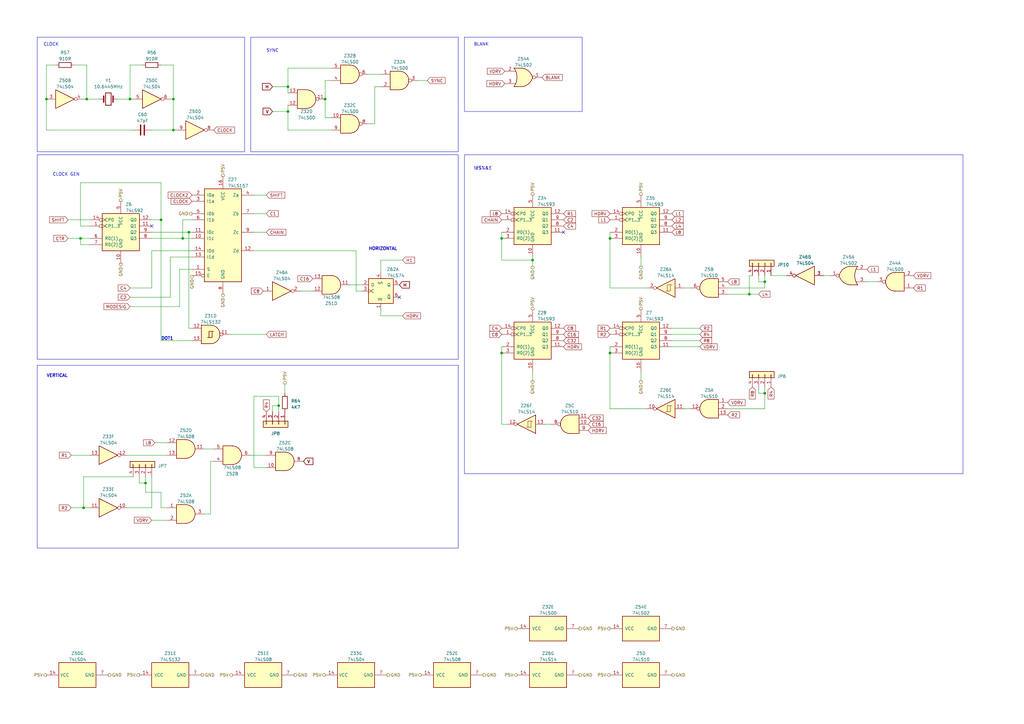
<source format=kicad_sch>
(kicad_sch (version 20221004) (generator eeschema)
  (paper "A3")
  (lib_symbols
    (symbol "74xx:74LS00" (pin_names (offset 1.016))
      (property "Reference" "U" (at 0 1.27 0))
      (property "Value" "74LS00" (at 0 -1.27 0))
      (symbol "74LS00_1_1"
        (pin input line (at -7.62 2.54 0) (length 3.81) (name "~") (number "1"))
        (pin input line (at -7.62 -2.54 0) (length 3.81) (name "~") (number "2"))
        (pin output inverted (at 7.62 0 180) (length 3.81) (name "~") (number "3"))
      )
      (symbol "74LS00_1_2"
        (pin input inverted (at -7.62 2.54 0) (length 4.318) (name "~") (number "1"))
        (pin input inverted (at -7.62 -2.54 0) (length 4.318) (name "~") (number "2"))
        (pin output line (at 7.62 0 180) (length 3.81) (name "~") (number "3"))
      )
      (symbol "74LS00_2_1"
        (pin input line (at -7.62 2.54 0) (length 3.81) (name "~") (number "4"))
        (pin input line (at -7.62 -2.54 0) (length 3.81) (name "~") (number "5"))
        (pin output inverted (at 7.62 0 180) (length 3.81) (name "~") (number "6"))
      )
      (symbol "74LS00_2_2"
        (pin input inverted (at -7.62 2.54 0) (length 4.318) (name "~") (number "4"))
        (pin input inverted (at -7.62 -2.54 0) (length 4.318) (name "~") (number "5"))
        (pin output line (at 7.62 0 180) (length 3.81) (name "~") (number "6"))
      )
      (symbol "74LS00_3_1"
        (pin input line (at -7.62 -2.54 0) (length 3.81) (name "~") (number "10"))
        (pin output inverted (at 7.62 0 180) (length 3.81) (name "~") (number "8"))
        (pin input line (at -7.62 2.54 0) (length 3.81) (name "~") (number "9"))
      )
      (symbol "74LS00_3_2"
        (pin input inverted (at -7.62 -2.54 0) (length 4.318) (name "~") (number "10"))
        (pin output line (at 7.62 0 180) (length 3.81) (name "~") (number "8"))
        (pin input inverted (at -7.62 2.54 0) (length 4.318) (name "~") (number "9"))
      )
      (symbol "74LS00_4_1"
        (pin output inverted (at 7.62 0 180) (length 3.81) (name "~") (number "11"))
        (pin input line (at -7.62 2.54 0) (length 3.81) (name "~") (number "12"))
        (pin input line (at -7.62 -2.54 0) (length 3.81) (name "~") (number "13"))
      )
      (symbol "74LS00_4_2"
        (pin output line (at 7.62 0 180) (length 3.81) (name "~") (number "11"))
        (pin input inverted (at -7.62 2.54 0) (length 4.318) (name "~") (number "12"))
        (pin input inverted (at -7.62 -2.54 0) (length 4.318) (name "~") (number "13"))
      )
      (symbol "74LS00_5_0"
        (pin power_in line (at 0 12.7 270) (length 5.08) (name "VCC") (number "14"))
        (pin power_in line (at 0 -12.7 90) (length 5.08) (name "GND") (number "7"))
      )
    )
    (symbol "74xx:74LS02" (pin_names (offset 1.016))
      (property "Reference" "U" (at 0 1.27 0))
      (property "Value" "74LS02" (at 0 -1.27 0))
      (symbol "74LS02_1_1"
        (pin output inverted (at 7.62 0 180) (length 3.81) (name "~") (number "1"))
        (pin input line (at -7.62 2.54 0) (length 4.318) (name "~") (number "2"))
        (pin input line (at -7.62 -2.54 0) (length 4.318) (name "~") (number "3"))
      )
      (symbol "74LS02_1_2"
        (pin output line (at 7.62 0 180) (length 3.81) (name "~") (number "1"))
        (pin input inverted (at -7.62 2.54 0) (length 3.81) (name "~") (number "2"))
        (pin input inverted (at -7.62 -2.54 0) (length 3.81) (name "~") (number "3"))
      )
      (symbol "74LS02_2_1"
        (pin output inverted (at 7.62 0 180) (length 3.81) (name "~") (number "4"))
        (pin input line (at -7.62 2.54 0) (length 4.318) (name "~") (number "5"))
        (pin input line (at -7.62 -2.54 0) (length 4.318) (name "~") (number "6"))
      )
      (symbol "74LS02_2_2"
        (pin output line (at 7.62 0 180) (length 3.81) (name "~") (number "4"))
        (pin input inverted (at -7.62 2.54 0) (length 3.81) (name "~") (number "5"))
        (pin input inverted (at -7.62 -2.54 0) (length 3.81) (name "~") (number "6"))
      )
      (symbol "74LS02_3_1"
        (pin output inverted (at 7.62 0 180) (length 3.81) (name "~") (number "10"))
        (pin input line (at -7.62 2.54 0) (length 4.318) (name "~") (number "8"))
        (pin input line (at -7.62 -2.54 0) (length 4.318) (name "~") (number "9"))
      )
      (symbol "74LS02_3_2"
        (pin output line (at 7.62 0 180) (length 3.81) (name "~") (number "10"))
        (pin input inverted (at -7.62 2.54 0) (length 3.81) (name "~") (number "8"))
        (pin input inverted (at -7.62 -2.54 0) (length 3.81) (name "~") (number "9"))
      )
      (symbol "74LS02_4_1"
        (pin input line (at -7.62 2.54 0) (length 4.318) (name "~") (number "11"))
        (pin input line (at -7.62 -2.54 0) (length 4.318) (name "~") (number "12"))
        (pin output inverted (at 7.62 0 180) (length 3.81) (name "~") (number "13"))
      )
      (symbol "74LS02_4_2"
        (pin input inverted (at -7.62 2.54 0) (length 3.81) (name "~") (number "11"))
        (pin input inverted (at -7.62 -2.54 0) (length 3.81) (name "~") (number "12"))
        (pin output line (at 7.62 0 180) (length 3.81) (name "~") (number "13"))
      )
      (symbol "74LS02_5_0"
        (pin power_in line (at 0 12.7 270) (length 5.08) (name "VCC") (number "14"))
        (pin power_in line (at 0 -12.7 90) (length 5.08) (name "GND") (number "7"))
      )
    )
    (symbol "74xx:74LS04"
      (property "Reference" "U" (at 0 1.27 0))
      (property "Value" "74LS04" (at 0 -1.27 0))
      (symbol "74LS04_1_0"
        (pin input line (at -7.62 0 0) (length 3.81) (name "~") (number "1"))
        (pin output inverted (at 7.62 0 180) (length 3.81) (name "~") (number "2"))
      )
      (symbol "74LS04_2_0"
        (pin input line (at -7.62 0 0) (length 3.81) (name "~") (number "3"))
        (pin output inverted (at 7.62 0 180) (length 3.81) (name "~") (number "4"))
      )
      (symbol "74LS04_3_0"
        (pin input line (at -7.62 0 0) (length 3.81) (name "~") (number "5"))
        (pin output inverted (at 7.62 0 180) (length 3.81) (name "~") (number "6"))
      )
      (symbol "74LS04_4_0"
        (pin output inverted (at 7.62 0 180) (length 3.81) (name "~") (number "8"))
        (pin input line (at -7.62 0 0) (length 3.81) (name "~") (number "9"))
      )
      (symbol "74LS04_5_0"
        (pin output inverted (at 7.62 0 180) (length 3.81) (name "~") (number "10"))
        (pin input line (at -7.62 0 0) (length 3.81) (name "~") (number "11"))
      )
      (symbol "74LS04_6_0"
        (pin output inverted (at 7.62 0 180) (length 3.81) (name "~") (number "12"))
        (pin input line (at -7.62 0 0) (length 3.81) (name "~") (number "13"))
      )
      (symbol "74LS04_7_0"
        (pin power_in line (at 0 12.7 270) (length 5.08) (name "VCC") (number "14"))
        (pin power_in line (at 0 -12.7 90) (length 5.08) (name "GND") (number "7"))
      )
    )
    (symbol "74xx:74LS08" (pin_names (offset 1.016))
      (property "Reference" "U" (at 0 1.27 0))
      (property "Value" "74LS08" (at 0 -1.27 0))
      (symbol "74LS08_1_1"
        (pin input line (at -7.62 2.54 0) (length 3.81) (name "~") (number "1"))
        (pin input line (at -7.62 -2.54 0) (length 3.81) (name "~") (number "2"))
        (pin output line (at 7.62 0 180) (length 3.81) (name "~") (number "3"))
      )
      (symbol "74LS08_1_2"
        (pin input inverted (at -7.62 2.54 0) (length 4.318) (name "~") (number "1"))
        (pin input inverted (at -7.62 -2.54 0) (length 4.318) (name "~") (number "2"))
        (pin output inverted (at 7.62 0 180) (length 3.81) (name "~") (number "3"))
      )
      (symbol "74LS08_2_1"
        (pin input line (at -7.62 2.54 0) (length 3.81) (name "~") (number "4"))
        (pin input line (at -7.62 -2.54 0) (length 3.81) (name "~") (number "5"))
        (pin output line (at 7.62 0 180) (length 3.81) (name "~") (number "6"))
      )
      (symbol "74LS08_2_2"
        (pin input inverted (at -7.62 2.54 0) (length 4.318) (name "~") (number "4"))
        (pin input inverted (at -7.62 -2.54 0) (length 4.318) (name "~") (number "5"))
        (pin output inverted (at 7.62 0 180) (length 3.81) (name "~") (number "6"))
      )
      (symbol "74LS08_3_1"
        (pin input line (at -7.62 -2.54 0) (length 3.81) (name "~") (number "10"))
        (pin output line (at 7.62 0 180) (length 3.81) (name "~") (number "8"))
        (pin input line (at -7.62 2.54 0) (length 3.81) (name "~") (number "9"))
      )
      (symbol "74LS08_3_2"
        (pin input inverted (at -7.62 -2.54 0) (length 4.318) (name "~") (number "10"))
        (pin output inverted (at 7.62 0 180) (length 3.81) (name "~") (number "8"))
        (pin input inverted (at -7.62 2.54 0) (length 4.318) (name "~") (number "9"))
      )
      (symbol "74LS08_4_1"
        (pin output line (at 7.62 0 180) (length 3.81) (name "~") (number "11"))
        (pin input line (at -7.62 2.54 0) (length 3.81) (name "~") (number "12"))
        (pin input line (at -7.62 -2.54 0) (length 3.81) (name "~") (number "13"))
      )
      (symbol "74LS08_4_2"
        (pin output inverted (at 7.62 0 180) (length 3.81) (name "~") (number "11"))
        (pin input inverted (at -7.62 2.54 0) (length 4.318) (name "~") (number "12"))
        (pin input inverted (at -7.62 -2.54 0) (length 4.318) (name "~") (number "13"))
      )
      (symbol "74LS08_5_0"
        (pin power_in line (at 0 12.7 270) (length 5.08) (name "VCC") (number "14"))
        (pin power_in line (at 0 -12.7 90) (length 5.08) (name "GND") (number "7"))
      )
    )
    (symbol "74xx:74LS10" (pin_names (offset 1.016))
      (property "Reference" "U" (at 0 1.27 0))
      (property "Value" "74LS10" (at 0 -1.27 0))
      (symbol "74LS10_1_1"
        (pin input line (at -7.62 2.54 0) (length 3.81) (name "~") (number "1"))
        (pin output inverted (at 7.62 0 180) (length 3.81) (name "~") (number "12"))
        (pin input line (at -7.62 -2.54 0) (length 3.81) (name "~") (number "13"))
        (pin input line (at -7.62 0 0) (length 3.81) (name "~") (number "2"))
      )
      (symbol "74LS10_1_2"
        (pin input inverted (at -7.62 2.54 0) (length 4.318) (name "~") (number "1"))
        (pin output line (at 7.62 0 180) (length 3.81) (name "~") (number "12"))
        (pin input inverted (at -7.62 -2.54 0) (length 4.318) (name "~") (number "13"))
        (pin input inverted (at -7.62 0 0) (length 4.953) (name "~") (number "2"))
      )
      (symbol "74LS10_2_1"
        (pin input line (at -7.62 2.54 0) (length 3.81) (name "~") (number "3"))
        (pin input line (at -7.62 0 0) (length 3.81) (name "~") (number "4"))
        (pin input line (at -7.62 -2.54 0) (length 3.81) (name "~") (number "5"))
        (pin output inverted (at 7.62 0 180) (length 3.81) (name "~") (number "6"))
      )
      (symbol "74LS10_2_2"
        (pin input inverted (at -7.62 2.54 0) (length 4.318) (name "~") (number "3"))
        (pin input inverted (at -7.62 0 0) (length 4.953) (name "~") (number "4"))
        (pin input inverted (at -7.62 -2.54 0) (length 4.318) (name "~") (number "5"))
        (pin output line (at 7.62 0 180) (length 3.81) (name "~") (number "6"))
      )
      (symbol "74LS10_3_1"
        (pin input line (at -7.62 0 0) (length 3.81) (name "~") (number "10"))
        (pin input line (at -7.62 -2.54 0) (length 3.81) (name "~") (number "11"))
        (pin output inverted (at 7.62 0 180) (length 3.81) (name "~") (number "8"))
        (pin input line (at -7.62 2.54 0) (length 3.81) (name "~") (number "9"))
      )
      (symbol "74LS10_3_2"
        (pin input inverted (at -7.62 0 0) (length 4.953) (name "~") (number "10"))
        (pin input inverted (at -7.62 -2.54 0) (length 4.318) (name "~") (number "11"))
        (pin output line (at 7.62 0 180) (length 3.81) (name "~") (number "8"))
        (pin input inverted (at -7.62 2.54 0) (length 4.318) (name "~") (number "9"))
      )
      (symbol "74LS10_4_0"
        (pin power_in line (at 0 12.7 270) (length 5.08) (name "VCC") (number "14"))
        (pin power_in line (at 0 -12.7 90) (length 5.08) (name "GND") (number "7"))
      )
    )
    (symbol "74xx:74LS132" (pin_names (offset 1.016))
      (property "Reference" "U" (at 0 1.27 0))
      (property "Value" "74LS132" (at 0 -1.27 0))
      (symbol "74LS132_1_1"
        (pin input line (at -7.62 2.54 0) (length 3.81) (name "~") (number "1"))
        (pin input line (at -7.62 -2.54 0) (length 3.81) (name "~") (number "2"))
        (pin output inverted (at 7.62 0 180) (length 3.81) (name "~") (number "3"))
      )
      (symbol "74LS132_1_2"
        (pin input inverted (at -7.62 2.54 0) (length 4.318) (name "~") (number "1"))
        (pin input inverted (at -7.62 -2.54 0) (length 4.318) (name "~") (number "2"))
        (pin output line (at 7.62 0 180) (length 3.81) (name "~") (number "3"))
      )
      (symbol "74LS132_2_1"
        (pin input line (at -7.62 2.54 0) (length 3.81) (name "~") (number "4"))
        (pin input line (at -7.62 -2.54 0) (length 3.81) (name "~") (number "5"))
        (pin output inverted (at 7.62 0 180) (length 3.81) (name "~") (number "6"))
      )
      (symbol "74LS132_2_2"
        (pin input inverted (at -7.62 2.54 0) (length 4.318) (name "~") (number "4"))
        (pin input inverted (at -7.62 -2.54 0) (length 4.318) (name "~") (number "5"))
        (pin output line (at 7.62 0 180) (length 3.81) (name "~") (number "6"))
      )
      (symbol "74LS132_3_1"
        (pin input line (at -7.62 -2.54 0) (length 3.81) (name "~") (number "10"))
        (pin output inverted (at 7.62 0 180) (length 3.81) (name "~") (number "8"))
        (pin input line (at -7.62 2.54 0) (length 3.81) (name "~") (number "9"))
      )
      (symbol "74LS132_3_2"
        (pin input inverted (at -7.62 -2.54 0) (length 4.318) (name "~") (number "10"))
        (pin output line (at 7.62 0 180) (length 3.81) (name "~") (number "8"))
        (pin input inverted (at -7.62 2.54 0) (length 4.318) (name "~") (number "9"))
      )
      (symbol "74LS132_4_1"
        (pin output inverted (at 7.62 0 180) (length 3.81) (name "~") (number "11"))
        (pin input line (at -7.62 2.54 0) (length 3.81) (name "~") (number "12"))
        (pin input line (at -7.62 -2.54 0) (length 3.81) (name "~") (number "13"))
      )
      (symbol "74LS132_4_2"
        (pin output line (at 7.62 0 180) (length 3.81) (name "~") (number "11"))
        (pin input inverted (at -7.62 2.54 0) (length 4.318) (name "~") (number "12"))
        (pin input inverted (at -7.62 -2.54 0) (length 4.318) (name "~") (number "13"))
      )
      (symbol "74LS132_5_0"
        (pin power_in line (at 0 12.7 270) (length 5.08) (name "VCC") (number "14"))
        (pin power_in line (at 0 -12.7 90) (length 5.08) (name "GND") (number "7"))
      )
    )
    (symbol "74xx:74LS14" (pin_names (offset 1.016))
      (property "Reference" "U" (at 0 1.27 0))
      (property "Value" "74LS14" (at 0 -1.27 0))
      (symbol "74LS14_1_0"
        (pin input line (at -7.62 0 0) (length 3.81) (name "~") (number "1"))
        (pin output inverted (at 7.62 0 180) (length 3.81) (name "~") (number "2"))
      )
      (symbol "74LS14_2_0"
        (pin input line (at -7.62 0 0) (length 3.81) (name "~") (number "3"))
        (pin output inverted (at 7.62 0 180) (length 3.81) (name "~") (number "4"))
      )
      (symbol "74LS14_3_0"
        (pin input line (at -7.62 0 0) (length 3.81) (name "~") (number "5"))
        (pin output inverted (at 7.62 0 180) (length 3.81) (name "~") (number "6"))
      )
      (symbol "74LS14_4_0"
        (pin output inverted (at 7.62 0 180) (length 3.81) (name "~") (number "8"))
        (pin input line (at -7.62 0 0) (length 3.81) (name "~") (number "9"))
      )
      (symbol "74LS14_5_0"
        (pin output inverted (at 7.62 0 180) (length 3.81) (name "~") (number "10"))
        (pin input line (at -7.62 0 0) (length 3.81) (name "~") (number "11"))
      )
      (symbol "74LS14_6_0"
        (pin output inverted (at 7.62 0 180) (length 3.81) (name "~") (number "12"))
        (pin input line (at -7.62 0 0) (length 3.81) (name "~") (number "13"))
      )
      (symbol "74LS14_7_0"
        (pin power_in line (at 0 12.7 270) (length 5.08) (name "VCC") (number "14"))
        (pin power_in line (at 0 -12.7 90) (length 5.08) (name "GND") (number "7"))
      )
    )
    (symbol "74xx:74LS157" (pin_names (offset 1.016))
      (property "Reference" "U" (at -7.62 19.05 0))
      (property "Value" "74LS157" (at -7.62 -21.59 0))
      (symbol "74LS157_1_0"
        (pin input line (at -12.7 -15.24 0) (length 5.08) (name "S") (number "1"))
        (pin input line (at -12.7 -2.54 0) (length 5.08) (name "I1c") (number "10"))
        (pin input line (at -12.7 0 0) (length 5.08) (name "I0c") (number "11"))
        (pin output line (at 12.7 -7.62 180) (length 5.08) (name "Zd") (number "12"))
        (pin input line (at -12.7 -10.16 0) (length 5.08) (name "I1d") (number "13"))
        (pin input line (at -12.7 -7.62 0) (length 5.08) (name "I0d") (number "14"))
        (pin input inverted (at -12.7 -17.78 0) (length 5.08) (name "E") (number "15"))
        (pin power_in line (at 0 22.86 270) (length 5.08) (name "VCC") (number "16"))
        (pin input line (at -12.7 15.24 0) (length 5.08) (name "I0a") (number "2"))
        (pin input line (at -12.7 12.7 0) (length 5.08) (name "I1a") (number "3"))
        (pin output line (at 12.7 15.24 180) (length 5.08) (name "Za") (number "4"))
        (pin input line (at -12.7 7.62 0) (length 5.08) (name "I0b") (number "5"))
        (pin input line (at -12.7 5.08 0) (length 5.08) (name "I1b") (number "6"))
        (pin output line (at 12.7 7.62 180) (length 5.08) (name "Zb") (number "7"))
        (pin power_in line (at 0 -25.4 90) (length 5.08) (name "GND") (number "8"))
        (pin output line (at 12.7 0 180) (length 5.08) (name "Zc") (number "9"))
      )
    )
    (symbol "74xx:74LS74" (pin_names (offset 1.016))
      (property "Reference" "U" (at -7.62 8.89 0))
      (property "Value" "74LS74" (at -7.62 -8.89 0))
      (symbol "74LS74_1_0"
        (pin input line (at 0 -7.62 90) (length 2.54) (name "~{R}") (number "1"))
        (pin input line (at -7.62 2.54 0) (length 2.54) (name "D") (number "2"))
        (pin input clock (at -7.62 0 0) (length 2.54) (name "C") (number "3"))
        (pin input line (at 0 7.62 270) (length 2.54) (name "~{S}") (number "4"))
        (pin output line (at 7.62 2.54 180) (length 2.54) (name "Q") (number "5"))
        (pin output line (at 7.62 -2.54 180) (length 2.54) (name "~{Q}") (number "6"))
      )
      (symbol "74LS74_2_0"
        (pin input line (at 0 7.62 270) (length 2.54) (name "~{S}") (number "10"))
        (pin input clock (at -7.62 0 0) (length 2.54) (name "C") (number "11"))
        (pin input line (at -7.62 2.54 0) (length 2.54) (name "D") (number "12"))
        (pin input line (at 0 -7.62 90) (length 2.54) (name "~{R}") (number "13"))
        (pin output line (at 7.62 -2.54 180) (length 2.54) (name "~{Q}") (number "8"))
        (pin output line (at 7.62 2.54 180) (length 2.54) (name "Q") (number "9"))
      )
      (symbol "74LS74_3_0"
        (pin power_in line (at 0 10.16 270) (length 2.54) (name "VCC") (number "14"))
        (pin power_in line (at 0 -10.16 90) (length 2.54) (name "GND") (number "7"))
      )
    )
    (symbol "74xx:74LS92" (pin_names (offset 1.016))
      (property "Reference" "U" (at -7.62 8.89 0))
      (property "Value" "74LS92" (at -7.62 -8.89 0))
      (symbol "74LS92_1_0"
        (pin input inverted_clock (at -12.7 2.54 0) (length 5.08) (name "CP1..3") (number "1"))
        (pin power_in line (at 0 -12.7 90) (length 5.08) (name "GND") (number "10"))
        (pin output line (at 12.7 2.54 180) (length 5.08) (name "Q1") (number "11"))
        (pin output line (at 12.7 5.08 180) (length 5.08) (name "Q0") (number "12"))
        (pin input inverted_clock (at -12.7 5.08 0) (length 5.08) (name "CP0") (number "14"))
        (pin power_in line (at 0 12.7 270) (length 5.08) (name "VCC") (number "5"))
        (pin input line (at -12.7 -2.54 0) (length 5.08) (name "R0(1)") (number "6"))
        (pin input line (at -12.7 -5.08 0) (length 5.08) (name "R0(2)") (number "7"))
        (pin output line (at 12.7 -2.54 180) (length 5.08) (name "Q3") (number "8"))
        (pin output line (at 12.7 0 180) (length 5.08) (name "Q2") (number "9"))
      )
    )
    (symbol "74xx:74LS93" (pin_names (offset 1.016))
      (property "Reference" "U" (at -7.62 8.89 0))
      (property "Value" "74LS93" (at -7.62 -8.89 0))
      (symbol "74LS93_1_0"
        (pin input inverted_clock (at -12.7 2.54 0) (length 5.08) (name "CP1..3") (number "1"))
        (pin power_in line (at 0 -12.7 90) (length 5.08) (name "GND") (number "10"))
        (pin output line (at 12.7 -2.54 180) (length 5.08) (name "Q3") (number "11"))
        (pin output line (at 12.7 5.08 180) (length 5.08) (name "Q0") (number "12"))
        (pin input inverted_clock (at -12.7 5.08 0) (length 5.08) (name "CP0") (number "14"))
        (pin input line (at -12.7 -2.54 0) (length 5.08) (name "R0(1)") (number "2"))
        (pin input line (at -12.7 -5.08 0) (length 5.08) (name "R0(2)") (number "3"))
        (pin power_in line (at 0 12.7 270) (length 5.08) (name "VCC") (number "5"))
        (pin output line (at 12.7 0 180) (length 5.08) (name "Q2") (number "8"))
        (pin output line (at 12.7 2.54 180) (length 5.08) (name "Q1") (number "9"))
      )
    )
    (symbol "Connector_Generic:Conn_01x04" (pin_names (offset 1.016) hide)
      (property "Reference" "J" (at 0 5.08 0))
      (property "Value" "Conn_01x04" (at 0 -7.62 0))
      (symbol "Conn_01x04_1_1"
        (pin passive line (at -5.08 2.54 0) (length 3.81) (name "Pin_1") (number "1"))
        (pin passive line (at -5.08 0 0) (length 3.81) (name "Pin_2") (number "2"))
        (pin passive line (at -5.08 -2.54 0) (length 3.81) (name "Pin_3") (number "3"))
        (pin passive line (at -5.08 -5.08 0) (length 3.81) (name "Pin_4") (number "4"))
      )
    )
    (symbol "Device:C" (pin_numbers hide) (pin_names (offset 0.254))
      (property "Reference" "C" (at 0.635 2.54 0))
      (property "Value" "C" (at 0.635 -2.54 0))
      (symbol "C_1_1"
        (pin passive line (at 0 3.81 270) (length 2.794) (name "~") (number "1"))
        (pin passive line (at 0 -3.81 90) (length 2.794) (name "~") (number "2"))
      )
    )
    (symbol "Device:Crystal" (pin_numbers hide) (pin_names (offset 1.016) hide)
      (property "Reference" "Y" (at 0 3.81 0))
      (property "Value" "Crystal" (at 0 -3.81 0))
      (symbol "Crystal_1_1"
        (pin passive line (at -3.81 0 0) (length 1.27) (name "1") (number "1"))
        (pin passive line (at 3.81 0 180) (length 1.27) (name "2") (number "2"))
      )
    )
    (symbol "Device:R" (pin_numbers hide) (pin_names (offset 0))
      (property "Reference" "R" (at 2.032 0 90))
      (property "Value" "R" (at 0 0 90))
      (symbol "R_1_1"
        (pin passive line (at 0 3.81 270) (length 1.27) (name "~") (number "1"))
        (pin passive line (at 0 -3.81 90) (length 1.27) (name "~") (number "2"))
      )
    )
  )
  (junction (at 114.3 166.37))
  (junction (at 118.11 45.72))
  (junction (at 59.69 198.12))
  (junction (at 133.35 40.64))
  (junction (at 205.74 97.79))
  (junction (at 19.05 40.64))
  (junction (at 71.12 40.64))
  (junction (at 250.19 144.78))
  (junction (at 74.93 97.79))
  (junction (at 118.11 35.56))
  (junction (at 53.34 40.64))
  (junction (at 313.69 161.29))
  (junction (at 307.34 120.65))
  (junction (at 35.56 40.64))
  (junction (at 34.29 208.28))
  (junction (at 71.12 53.34))
  (junction (at 313.69 115.57))
  (junction (at 77.47 95.25))
  (junction (at 218.44 106.68))
  (junction (at 66.04 90.17))
  (junction (at 250.19 97.79))
  (junction (at 205.74 144.78))
  (junction (at 33.02 97.79))
  (no_connect (at 62.23 92.71))
  (no_connect (at 163.83 121.92))
  (no_connect (at 231.14 95.25))
  (wire (pts (xy 313.69 113.03) (xy 313.69 115.57)))
  (wire (pts (xy 104.14 191.77) (xy 109.22 191.77)))
  (wire (pts (xy 83.82 210.82) (xy 86.36 210.82)))
  (wire (pts (xy 133.35 33.02) (xy 135.89 33.02)))
  (wire (pts (xy 355.6 115.57) (xy 359.41 115.57)))
  (wire (pts (xy 66.04 201.93) (xy 66.04 208.28)))
  (wire (pts (xy 316.23 113.03) (xy 322.58 113.03)))
  (wire (pts (xy 311.15 158.75) (xy 311.15 161.29)))
  (wire (pts (xy 62.23 208.28) (xy 52.07 208.28)))
  (wire (pts (xy 71.12 53.34) (xy 72.39 53.34)))
  (wire (pts (xy 156.21 129.54) (xy 165.1 129.54)))
  (wire (pts (xy 287.02 134.62) (xy 275.59 134.62)))
  (wire (pts (xy 250.19 142.24) (xy 250.19 144.78)))
  (wire (pts (xy 83.82 184.15) (xy 87.63 184.15)))
  (wire (pts (xy 59.69 198.12) (xy 59.69 201.93)))
  (wire (pts (xy 151.13 50.8) (xy 153.67 50.8)))
  (wire (pts (xy 218.44 106.68) (xy 218.44 109.22)))
  (wire (pts (xy 111.76 45.72) (xy 118.11 45.72)))
  (wire (pts (xy 63.5 181.61) (xy 68.58 181.61)))
  (wire (pts (xy 307.34 113.03) (xy 308.61 113.03)))
  (wire (pts (xy 71.12 40.64) (xy 71.12 53.34)))
  (wire (pts (xy 250.19 95.25) (xy 250.19 97.79)))
  (wire (pts (xy 62.23 213.36) (xy 68.58 213.36)))
  (wire (pts (xy 313.69 115.57) (xy 311.15 115.57)))
  (wire (pts (xy 33.02 74.93) (xy 66.04 74.93)))
  (wire (pts (xy 19.05 53.34) (xy 54.61 53.34)))
  (wire (pts (xy 48.26 40.64) (xy 53.34 40.64)))
  (wire (pts (xy 275.59 142.24) (xy 287.02 142.24)))
  (wire (pts (xy 111.76 35.56) (xy 118.11 35.56)))
  (wire (pts (xy 33.02 92.71) (xy 33.02 74.93)))
  (wire (pts (xy 59.69 198.12) (xy 57.15 198.12)))
  (wire (pts (xy 205.74 142.24) (xy 205.74 144.78)))
  (wire (pts (xy 29.21 208.28) (xy 34.29 208.28)))
  (wire (pts (xy 135.89 53.34) (xy 118.11 53.34)))
  (wire (pts (xy 62.23 97.79) (xy 74.93 97.79)))
  (wire (pts (xy 34.29 208.28) (xy 36.83 208.28)))
  (wire (pts (xy 53.34 40.64) (xy 54.61 40.64)))
  (wire (pts (xy 22.86 26.67) (xy 19.05 26.67)))
  (wire (pts (xy 66.04 26.67) (xy 71.12 26.67)))
  (wire (pts (xy 104.14 87.63) (xy 109.22 87.63)))
  (wire (pts (xy 59.69 201.93) (xy 66.04 201.93)))
  (wire (pts (xy 313.69 118.11) (xy 298.45 118.11)))
  (wire (pts (xy 111.76 166.37) (xy 114.3 166.37)))
  (wire (pts (xy 78.74 90.17) (xy 74.93 90.17)))
  (wire (pts (xy 77.47 134.62) (xy 78.74 134.62)))
  (wire (pts (xy 250.19 118.11) (xy 265.43 118.11)))
  (wire (pts (xy 118.11 53.34) (xy 118.11 45.72)))
  (wire (pts (xy 66.04 74.93) (xy 66.04 90.17)))
  (wire (pts (xy 69.85 121.92) (xy 69.85 105.41)))
  (wire (pts (xy 250.19 97.79) (xy 250.19 118.11)))
  (wire (pts (xy 298.45 120.65) (xy 307.34 120.65)))
  (wire (pts (xy 111.76 168.91) (xy 111.76 166.37)))
  (wire (pts (xy 35.56 26.67) (xy 35.56 40.64)))
  (wire (pts (xy 62.23 118.11) (xy 53.34 118.11)))
  (wire (pts (xy 313.69 158.75) (xy 313.69 161.29)))
  (wire (pts (xy 74.93 90.17) (xy 74.93 97.79)))
  (wire (pts (xy 29.21 186.69) (xy 36.83 186.69)))
  (wire (pts (xy 104.14 102.87) (xy 146.05 102.87)))
  (wire (pts (xy 36.83 92.71) (xy 33.02 92.71)))
  (wire (pts (xy 307.34 113.03) (xy 307.34 120.65)))
  (wire (pts (xy 33.02 97.79) (xy 36.83 97.79)))
  (wire (pts (xy 114.3 168.91) (xy 114.3 166.37)))
  (wire (pts (xy 313.69 167.64) (xy 298.45 167.64)))
  (wire (pts (xy 62.23 95.25) (xy 77.47 95.25)))
  (wire (pts (xy 19.05 40.64) (xy 19.05 53.34)))
  (wire (pts (xy 114.3 162.56) (xy 104.14 162.56)))
  (wire (pts (xy 59.69 195.58) (xy 59.69 198.12)))
  (wire (pts (xy 104.14 95.25) (xy 109.22 95.25)))
  (wire (pts (xy 104.14 162.56) (xy 104.14 191.77)))
  (wire (pts (xy 114.3 166.37) (xy 114.3 162.56)))
  (wire (pts (xy 311.15 115.57) (xy 311.15 113.03)))
  (wire (pts (xy 165.1 106.68) (xy 156.21 106.68)))
  (wire (pts (xy 78.74 95.25) (xy 77.47 95.25)))
  (wire (pts (xy 34.29 195.58) (xy 54.61 195.58)))
  (wire (pts (xy 205.74 95.25) (xy 205.74 97.79)))
  (wire (pts (xy 66.04 90.17) (xy 62.23 90.17)))
  (wire (pts (xy 78.74 102.87) (xy 62.23 102.87)))
  (wire (pts (xy 156.21 106.68) (xy 156.21 111.76)))
  (wire (pts (xy 58.42 26.67) (xy 53.34 26.67)))
  (wire (pts (xy 205.74 97.79) (xy 205.74 106.68)))
  (wire (pts (xy 250.19 167.64) (xy 265.43 167.64)))
  (wire (pts (xy 262.89 152.4) (xy 262.89 156.21)))
  (wire (pts (xy 30.48 26.67) (xy 35.56 26.67)))
  (wire (pts (xy 205.74 173.99) (xy 208.28 173.99)))
  (wire (pts (xy 33.02 100.33) (xy 33.02 97.79)))
  (wire (pts (xy 337.82 113.03) (xy 340.36 113.03)))
  (wire (pts (xy 104.14 80.01) (xy 109.22 80.01)))
  (wire (pts (xy 86.36 189.23) (xy 87.63 189.23)))
  (wire (pts (xy 57.15 198.12) (xy 57.15 195.58)))
  (wire (pts (xy 143.51 116.84) (xy 148.59 116.84)))
  (wire (pts (xy 19.05 26.67) (xy 19.05 40.64)))
  (wire (pts (xy 73.66 110.49) (xy 73.66 125.73)))
  (wire (pts (xy 133.35 40.64) (xy 133.35 33.02)))
  (wire (pts (xy 62.23 195.58) (xy 62.23 208.28)))
  (wire (pts (xy 153.67 35.56) (xy 156.21 35.56)))
  (wire (pts (xy 118.11 35.56) (xy 118.11 38.1)))
  (wire (pts (xy 118.11 45.72) (xy 118.11 43.18)))
  (wire (pts (xy 171.45 33.02) (xy 175.26 33.02)))
  (wire (pts (xy 66.04 139.7) (xy 66.04 90.17)))
  (wire (pts (xy 146.05 102.87) (xy 146.05 119.38)))
  (wire (pts (xy 74.93 97.79) (xy 78.74 97.79)))
  (wire (pts (xy 135.89 48.26) (xy 133.35 48.26)))
  (wire (pts (xy 69.85 105.41) (xy 78.74 105.41)))
  (wire (pts (xy 86.36 210.82) (xy 86.36 189.23)))
  (wire (pts (xy 77.47 95.25) (xy 77.47 134.62)))
  (wire (pts (xy 62.23 102.87) (xy 62.23 118.11)))
  (wire (pts (xy 133.35 48.26) (xy 133.35 40.64)))
  (wire (pts (xy 69.85 40.64) (xy 71.12 40.64)))
  (wire (pts (xy 280.67 167.64) (xy 283.21 167.64)))
  (wire (pts (xy 78.74 139.7) (xy 66.04 139.7)))
  (wire (pts (xy 280.67 118.11) (xy 283.21 118.11)))
  (wire (pts (xy 135.89 27.94) (xy 118.11 27.94)))
  (wire (pts (xy 313.69 115.57) (xy 313.69 118.11)))
  (wire (pts (xy 287.02 137.16) (xy 275.59 137.16)))
  (wire (pts (xy 62.23 53.34) (xy 71.12 53.34)))
  (wire (pts (xy 205.74 106.68) (xy 218.44 106.68)))
  (wire (pts (xy 262.89 105.41) (xy 262.89 109.22)))
  (wire (pts (xy 311.15 161.29) (xy 313.69 161.29)))
  (wire (pts (xy 36.83 100.33) (xy 33.02 100.33)))
  (wire (pts (xy 153.67 50.8) (xy 153.67 35.56)))
  (wire (pts (xy 53.34 26.67) (xy 53.34 40.64)))
  (wire (pts (xy 275.59 139.7) (xy 287.02 139.7)))
  (wire (pts (xy 146.05 119.38) (xy 148.59 119.38)))
  (wire (pts (xy 205.74 144.78) (xy 205.74 173.99)))
  (wire (pts (xy 53.34 121.92) (xy 69.85 121.92)))
  (wire (pts (xy 151.13 30.48) (xy 156.21 30.48)))
  (wire (pts (xy 313.69 161.29) (xy 313.69 167.64)))
  (wire (pts (xy 118.11 27.94) (xy 118.11 35.56)))
  (wire (pts (xy 156.21 127) (xy 156.21 129.54)))
  (wire (pts (xy 52.07 186.69) (xy 68.58 186.69)))
  (wire (pts (xy 123.19 119.38) (xy 128.27 119.38)))
  (wire (pts (xy 53.34 125.73) (xy 73.66 125.73)))
  (wire (pts (xy 71.12 26.67) (xy 71.12 40.64)))
  (wire (pts (xy 27.94 90.17) (xy 36.83 90.17)))
  (wire (pts (xy 66.04 208.28) (xy 68.58 208.28)))
  (wire (pts (xy 35.56 40.64) (xy 40.64 40.64)))
  (wire (pts (xy 78.74 110.49) (xy 73.66 110.49)))
  (wire (pts (xy 34.29 195.58) (xy 34.29 208.28)))
  (wire (pts (xy 102.87 186.69) (xy 109.22 186.69)))
  (wire (pts (xy 218.44 152.4) (xy 218.44 156.21)))
  (wire (pts (xy 116.84 157.48) (xy 116.84 161.29)))
  (wire (pts (xy 223.52 173.99) (xy 226.06 173.99)))
  (wire (pts (xy 27.94 97.79) (xy 33.02 97.79)))
  (wire (pts (xy 307.34 120.65) (xy 311.15 120.65)))
  (wire (pts (xy 218.44 105.41) (xy 218.44 106.68)))
  (wire (pts (xy 34.29 40.64) (xy 35.56 40.64)))
  (wire (pts (xy 93.98 137.16) (xy 109.22 137.16)))
  (wire (pts (xy 250.19 144.78) (xy 250.19 167.64)))
  (rectangle (start 190.5 15.24) (end 238.76 45.72))
  (rectangle (start 15.24 63.5) (end 187.96 147.32))
  (rectangle (start 15.24 149.86) (end 187.96 224.79))
  (rectangle (start 102.87 15.24) (end 187.96 62.23))
  (rectangle (start 15.24 15.24) (end 100.33 62.23))
  (rectangle (start 190.5 63.5) (end 394.97 194.31))
  (text "BLANK" (at 194.31 19.05 0) (effects (font (size 1.27 1.27)) (justify left bottom)))
  (text "VERTICAL" (at 19.05 154.94 0) (effects (font (size 1.27 1.27) bold) (justify left bottom)))
  (text "SYNC" (at 109.22 21.59 0) (effects (font (size 1.27 1.27)) (justify left bottom)))
  (text "DOT1" (at 66.04 139.7 0) (effects (font (size 1.27 1.27) (thickness 0.254) bold) (justify left bottom)))
  (text "CLOCK" (at 17.78 19.05 0) (effects (font (size 1.27 1.27)) (justify left bottom)))
  (text "!#$%&£" (at 194.31 69.85 0) (effects (font (size 1.27 1.27)) (justify left bottom)))
  (text "CLOCK GEN" (at 21.59 72.39 0) (effects (font (size 1.27 1.27)) (justify left bottom)))
  (text "HORIZONTAL" (at 151.13 102.87 0) (effects (font (size 1.27 1.27) bold) (justify left bottom)))
  (global_label "L8" (shape input) (at 298.45 115.57 0) (property "Intersheetrefs" "${INTERSHEET_REFS}" (effects hide)))
  (global_label "C2" (shape input) (at 53.34 121.92 180) (property "Intersheetrefs" "${INTERSHEET_REFS}" (effects hide)))
  (global_label "SHIFT" (shape input) (at 27.94 90.17 180) (property "Intersheetrefs" "${INTERSHEET_REFS}" (effects hide)))
  (global_label "R8" (shape input) (at 308.61 158.75 270) (property "Intersheetrefs" "${INTERSHEET_REFS}" (effects hide)))
  (global_label "C1" (shape input) (at 109.22 87.63 0) (property "Intersheetrefs" "${INTERSHEET_REFS}" (effects hide)))
  (global_label "L2" (shape input) (at 275.59 90.17 0) (property "Intersheetrefs" "${INTERSHEET_REFS}" (effects hide)))
  (global_label "CHAIN" (shape input) (at 205.74 90.17 180) (property "Intersheetrefs" "${INTERSHEET_REFS}" (effects hide)))
  (global_label "C8" (shape input) (at 205.74 137.16 180) (property "Intersheetrefs" "${INTERSHEET_REFS}" (effects hide)))
  (global_label "VDRV" (shape input) (at 287.02 142.24 0) (property "Intersheetrefs" "${INTERSHEET_REFS}" (effects hide)))
  (global_label "HDRV" (shape input) (at 231.14 142.24 0) (property "Intersheetrefs" "${INTERSHEET_REFS}" (effects hide)))
  (global_label "VDRV" (shape input) (at 207.01 29.21 180) (property "Intersheetrefs" "${INTERSHEET_REFS}" (effects hide)))
  (global_label "H" (shape input) (at 111.76 35.56 180) (effects (font (thickness 0.254) bold)) (property "Intersheetrefs" "${INTERSHEET_REFS}" (effects hide)))
  (global_label "H" (shape input) (at 163.83 116.84 0) (effects (font (thickness 0.254) bold)) (property "Intersheetrefs" "${INTERSHEET_REFS}" (effects hide)))
  (global_label "C4" (shape input) (at 205.74 134.62 180) (property "Intersheetrefs" "${INTERSHEET_REFS}" (effects hide)))
  (global_label "SHIFT" (shape input) (at 109.22 80.01 0) (property "Intersheetrefs" "${INTERSHEET_REFS}" (effects hide)))
  (global_label "R2" (shape input) (at 287.02 134.62 0) (property "Intersheetrefs" "${INTERSHEET_REFS}" (effects hide)))
  (global_label "CTR" (shape input) (at 27.94 97.79 180) (property "Intersheetrefs" "${INTERSHEET_REFS}" (effects hide)))
  (global_label "C8" (shape input) (at 107.95 119.38 180) (property "Intersheetrefs" "${INTERSHEET_REFS}" (effects hide)))
  (global_label "CHAIN" (shape input) (at 109.22 95.25 0) (property "Intersheetrefs" "${INTERSHEET_REFS}" (effects hide)))
  (global_label "R2" (shape input) (at 29.21 208.28 180) (property "Intersheetrefs" "${INTERSHEET_REFS}" (effects hide)))
  (global_label "HDRV" (shape input) (at 207.01 34.29 180) (property "Intersheetrefs" "${INTERSHEET_REFS}" (effects hide)))
  (global_label "MODESIG" (shape input) (at 53.34 125.73 180) (property "Intersheetrefs" "${INTERSHEET_REFS}" (effects hide)))
  (global_label "BLANK" (shape input) (at 222.25 31.75 0) (property "Intersheetrefs" "${INTERSHEET_REFS}" (effects hide)))
  (global_label "R1" (shape input) (at 29.21 186.69 180) (property "Intersheetrefs" "${INTERSHEET_REFS}" (effects hide)))
  (global_label "R4" (shape input) (at 287.02 137.16 0) (property "Intersheetrefs" "${INTERSHEET_REFS}" (effects hide)))
  (global_label "C16" (shape input) (at 241.3 173.99 0) (property "Intersheetrefs" "${INTERSHEET_REFS}" (effects hide)))
  (global_label "R1" (shape input) (at 250.19 134.62 180) (property "Intersheetrefs" "${INTERSHEET_REFS}" (effects hide)))
  (global_label "VDRV" (shape input) (at 374.65 113.03 0) (property "Intersheetrefs" "${INTERSHEET_REFS}" (effects hide)))
  (global_label "C32" (shape input) (at 241.3 171.45 0) (property "Intersheetrefs" "${INTERSHEET_REFS}" (effects hide)))
  (global_label "C16" (shape input) (at 128.27 114.3 180) (property "Intersheetrefs" "${INTERSHEET_REFS}" (effects hide)))
  (global_label "C4" (shape input) (at 231.14 92.71 0) (property "Intersheetrefs" "${INTERSHEET_REFS}" (effects hide)))
  (global_label "R4" (shape input) (at 109.22 168.91 90) (property "Intersheetrefs" "${INTERSHEET_REFS}" (effects hide)))
  (global_label "R1" (shape input) (at 374.65 118.11 0) (property "Intersheetrefs" "${INTERSHEET_REFS}" (effects hide)))
  (global_label "C4" (shape input) (at 53.34 118.11 180) (property "Intersheetrefs" "${INTERSHEET_REFS}" (effects hide)))
  (global_label "CLOCK" (shape input) (at 87.63 53.34 0) (property "Intersheetrefs" "${INTERSHEET_REFS}" (effects hide)))
  (global_label "L8" (shape input) (at 275.59 95.25 0) (property "Intersheetrefs" "${INTERSHEET_REFS}" (effects hide)))
  (global_label "C2" (shape input) (at 231.14 90.17 0) (property "Intersheetrefs" "${INTERSHEET_REFS}" (effects hide)))
  (global_label "L4" (shape input) (at 311.15 120.65 0) (property "Intersheetrefs" "${INTERSHEET_REFS}" (effects hide)))
  (global_label "L1" (shape input) (at 250.19 90.17 180) (property "Intersheetrefs" "${INTERSHEET_REFS}" (effects hide)))
  (global_label "VDRV" (shape input) (at 298.45 165.1 0) (property "Intersheetrefs" "${INTERSHEET_REFS}" (effects hide)))
  (global_label "CLOCK" (shape input) (at 78.74 82.55 180) (property "Intersheetrefs" "${INTERSHEET_REFS}" (effects hide)))
  (global_label "VDRV" (shape input) (at 62.23 213.36 180) (property "Intersheetrefs" "${INTERSHEET_REFS}" (effects hide)))
  (global_label "L8" (shape input) (at 205.74 87.63 180) (property "Intersheetrefs" "${INTERSHEET_REFS}" (effects hide)))
  (global_label "CLOCK2" (shape input) (at 78.74 80.01 180) (property "Intersheetrefs" "${INTERSHEET_REFS}" (effects hide)))
  (global_label "HDRV" (shape input) (at 241.3 176.53 0) (property "Intersheetrefs" "${INTERSHEET_REFS}" (effects hide)))
  (global_label "L8" (shape input) (at 63.5 181.61 180) (property "Intersheetrefs" "${INTERSHEET_REFS}" (effects hide)))
  (global_label "V" (shape input) (at 111.76 45.72 180) (effects (font (thickness 0.254) bold)) (property "Intersheetrefs" "${INTERSHEET_REFS}" (effects hide)))
  (global_label "SYNC" (shape input) (at 175.26 33.02 0) (property "Intersheetrefs" "${INTERSHEET_REFS}" (effects hide)))
  (global_label "C8" (shape input) (at 231.14 134.62 0) (property "Intersheetrefs" "${INTERSHEET_REFS}" (effects hide)))
  (global_label "C16" (shape input) (at 231.14 137.16 0) (property "Intersheetrefs" "${INTERSHEET_REFS}" (effects hide)))
  (global_label "L1" (shape input) (at 275.59 87.63 0) (property "Intersheetrefs" "${INTERSHEET_REFS}" (effects hide)))
  (global_label "HDRV" (shape input) (at 250.19 87.63 180) (property "Intersheetrefs" "${INTERSHEET_REFS}" (effects hide)))
  (global_label "R8" (shape input) (at 287.02 139.7 0) (property "Intersheetrefs" "${INTERSHEET_REFS}" (effects hide)))
  (global_label "V" (shape input) (at 124.46 189.23 0) (effects (font (thickness 0.254) bold)) (property "Intersheetrefs" "${INTERSHEET_REFS}" (effects hide)))
  (global_label "R4" (shape input) (at 316.23 158.75 270) (property "Intersheetrefs" "${INTERSHEET_REFS}" (effects hide)))
  (global_label "R2" (shape input) (at 250.19 137.16 180) (property "Intersheetrefs" "${INTERSHEET_REFS}" (effects hide)))
  (global_label "L4" (shape input) (at 275.59 92.71 0) (property "Intersheetrefs" "${INTERSHEET_REFS}" (effects hide)))
  (global_label "HDRV" (shape input) (at 165.1 129.54 0) (property "Intersheetrefs" "${INTERSHEET_REFS}" (effects hide)))
  (global_label "C32" (shape input) (at 231.14 139.7 0) (property "Intersheetrefs" "${INTERSHEET_REFS}" (effects hide)))
  (global_label "LATCH" (shape input) (at 109.22 137.16 0) (property "Intersheetrefs" "${INTERSHEET_REFS}" (effects hide)))
  (global_label "R1" (shape input) (at 231.14 87.63 0) (property "Intersheetrefs" "${INTERSHEET_REFS}" (effects hide)))
  (global_label "H1" (shape input) (at 165.1 106.68 0) (property "Intersheetrefs" "${INTERSHEET_REFS}" (effects hide)))
  (global_label "L1" (shape input) (at 355.6 110.49 0) (property "Intersheetrefs" "${INTERSHEET_REFS}" (effects hide)))
  (global_label "R2" (shape input) (at 298.45 170.18 0) (property "Intersheetrefs" "${INTERSHEET_REFS}" (effects hide)))
  (hierarchical_label "GND" (shape output) (at 49.53 107.95 270))
  (hierarchical_label "GND" (shape output) (at 91.44 120.65 270))
  (hierarchical_label "P5V" (shape output) (at 262.89 80.01 90))
  (hierarchical_label "P5V" (shape output) (at 95.25 276.86 180))
  (hierarchical_label "GND" (shape output) (at 218.44 156.21 270))
  (hierarchical_label "GND" (shape output) (at 198.12 276.86 0))
  (hierarchical_label "P5V" (shape output) (at 250.19 276.86 180))
  (hierarchical_label "GND" (shape output) (at 82.55 276.86 0))
  (hierarchical_label "P5V" (shape output) (at 116.84 157.48 90))
  (hierarchical_label "P5V" (shape output) (at 91.44 72.39 90))
  (hierarchical_label "P5V" (shape output) (at 212.09 257.81 180))
  (hierarchical_label "P5V" (shape output) (at 212.09 276.86 180))
  (hierarchical_label "P5V" (shape output) (at 19.05 276.86 180))
  (hierarchical_label "GND" (shape output) (at 78.74 113.03 270))
  (hierarchical_label "P5V" (shape output) (at 218.44 80.01 90))
  (hierarchical_label "P5V" (shape output) (at 133.35 276.86 180))
  (hierarchical_label "P5V" (shape output) (at 262.89 127 90))
  (hierarchical_label "GND" (shape output) (at 262.89 109.22 270))
  (hierarchical_label "GND" (shape output) (at 218.44 109.22 270))
  (hierarchical_label "GND" (shape output) (at 44.45 276.86 0))
  (hierarchical_label "P5V" (shape output) (at 49.53 82.55 90))
  (hierarchical_label "GND" (shape output) (at 237.49 276.86 0))
  (hierarchical_label "P5V" (shape output) (at 172.72 276.86 180))
  (hierarchical_label "P5V" (shape output) (at 57.15 276.86 180))
  (hierarchical_label "GND" (shape output) (at 120.65 276.86 0))
  (hierarchical_label "GND" (shape output) (at 275.59 276.86 0))
  (hierarchical_label "GND" (shape output) (at 158.75 276.86 0))
  (hierarchical_label "P5V" (shape output) (at 218.44 127 90))
  (hierarchical_label "GND" (shape output) (at 78.74 87.63 180))
  (hierarchical_label "GND" (shape output) (at 262.89 156.21 270))
  (hierarchical_label "GND" (shape output) (at 237.49 257.81 0))
  (hierarchical_label "GND" (shape output) (at 275.59 257.81 0))
  (hierarchical_label "P5V" (shape output) (at 250.19 257.81 180))
  (symbol (lib_id "74xx:74LS10") (at 290.83 118.11 180) (unit 2)
    (property "Reference" "Z5" (at 290.83 110.49 0))
    (property "Value" "74LS10" (at 290.83 113.03 0))
    (property "Footprint" "Package_DIP:DIP-14_W7.62mm" (effects hide))
    (property "Datasheet" "http://www.ti.com/lit/gpn/sn74LS10" (effects hide))
  )
  (symbol (lib_id "Connector_Generic:Conn_01x04") (at 313.69 107.95 270) (mirror x) (unit 1)
    (property "Reference" "JP10" (at 318.77 108.585 90) (effects (justify left)))
    (property "Value" "JP8" (effects hide))
    (property "Footprint" "TRS80:Double Wire Jumper" (effects hide))
  )
  (symbol (lib_id "74xx:74LS02") (at 347.98 113.03 0) (mirror y) (unit 1)
    (property "Reference" "Z45" (at 347.98 105.41 0))
    (property "Value" "74LS02" (at 347.98 107.95 0))
    (property "Footprint" "Package_DIP:DIP-14_W7.62mm" (effects hide))
    (property "Datasheet" "http://www.ti.com/lit/gpn/sn74ls02" (effects hide))
  )
  (symbol (lib_id "Device:R") (at 26.67 26.67 90) (unit 1)
    (property "Reference" "R57" (at 26.67 21.59 90))
    (property "Value" "910R" (at 26.67 24.13 90))
    (property "Footprint" "TRS80:Resistor 10.16mm" (effects hide))
  )
  (symbol (lib_id "74xx:74LS93") (at 262.89 139.7 0) (unit 1)
    (property "Reference" "Z7" (at 264.8459 128.27 0) (effects (justify left)))
    (property "Value" "74LS93" (at 264.8459 130.81 0) (effects (justify left)))
    (property "Footprint" "Package_DIP:DIP-14_W7.62mm" (effects hide))
    (property "Datasheet" "http://www.ti.com/lit/gpn/sn74LS93" (effects hide))
  )
  (symbol (lib_id "74xx:74LS00") (at 367.03 115.57 180) (unit 1)
    (property "Reference" "Z44" (at 367.03 107.95 0))
    (property "Value" "74LS00" (at 367.03 110.49 0))
    (property "Footprint" "Package_DIP:DIP-14_W7.62mm" (effects hide))
    (property "Datasheet" "http://www.ti.com/lit/gpn/sn74ls00" (effects hide))
  )
  (symbol (lib_id "74xx:74LS93") (at 262.89 92.71 0) (unit 1)
    (property "Reference" "Z35" (at 264.8459 81.28 0) (effects (justify left)))
    (property "Value" "74LS93" (at 264.8459 83.82 0) (effects (justify left)))
    (property "Footprint" "Package_DIP:DIP-14_W7.62mm" (effects hide))
    (property "Datasheet" "http://www.ti.com/lit/gpn/sn74LS93" (effects hide))
  )
  (symbol (lib_id "Connector_Generic:Conn_01x04") (at 313.69 153.67 270) (mirror x) (unit 1)
    (property "Reference" "JP6" (at 318.77 154.305 90) (effects (justify left)))
    (property "Value" "JP8" (effects hide))
    (property "Footprint" "TRS80:Double Wire Jumper" (effects hide))
  )
  (symbol (lib_id "74xx:74LS08") (at 107.95 276.86 90) (unit 5)
    (property "Reference" "Z51" (at 107.95 267.97 90))
    (property "Value" "74LS08" (at 107.95 270.51 90))
    (property "Footprint" "Package_DIP:DIP-14_W7.62mm" (effects hide))
    (property "Datasheet" "http://www.ti.com/lit/gpn/sn74LS08" (effects hide))
  )
  (symbol (lib_id "74xx:74LS00") (at 143.51 30.48 0) (mirror x) (unit 2)
    (property "Reference" "Z32" (at 143.51 22.86 0))
    (property "Value" "74LS00" (at 143.51 25.4 0))
    (property "Footprint" "Package_DIP:DIP-14_W7.62mm" (effects hide))
    (property "Datasheet" "http://www.ti.com/lit/gpn/sn74ls00" (effects hide))
  )
  (symbol (lib_id "Device:C") (at 58.42 53.34 90) (unit 1)
    (property "Reference" "C60" (at 58.42 46.99 90))
    (property "Value" "47pF" (at 58.42 49.53 90))
    (property "Footprint" "TRS80:Ceramic Disc 5mm" (effects hide))
  )
  (symbol (lib_id "74xx:74LS04") (at 31.75 276.86 90) (unit 7)
    (property "Reference" "Z50" (at 31.75 267.97 90))
    (property "Value" "74LS04" (at 31.75 270.51 90))
    (property "Footprint" "Package_DIP:DIP-14_W7.62mm" (effects hide))
    (property "Datasheet" "http://www.ti.com/lit/gpn/sn74LS04" (effects hide))
  )
  (symbol (lib_id "74xx:74LS14") (at 215.9 173.99 180) (unit 6)
    (property "Reference" "Z26" (at 215.9 166.37 0))
    (property "Value" "74LS14" (at 215.9 168.91 0))
    (property "Footprint" "Package_DIP:DIP-14_W7.62mm" (effects hide))
    (property "Datasheet" "http://www.ti.com/lit/gpn/sn74LS14" (effects hide))
  )
  (symbol (lib_id "74xx:74LS08") (at 95.25 186.69 0) (mirror x) (unit 2)
    (property "Reference" "Z52" (at 95.25 194.31 0))
    (property "Value" "74LS08" (at 95.25 191.77 0))
    (property "Footprint" "Package_DIP:DIP-14_W7.62mm" (effects hide))
    (property "Datasheet" "http://www.ti.com/lit/gpn/sn74LS08" (effects hide))
  )
  (symbol (lib_id "74xx:74LS14") (at 273.05 167.64 180) (unit 5)
    (property "Reference" "Z26" (at 273.05 160.02 0))
    (property "Value" "74LS14" (at 273.05 162.56 0))
    (property "Footprint" "Package_DIP:DIP-14_W7.62mm" (effects hide))
    (property "Datasheet" "http://www.ti.com/lit/gpn/sn74LS14" (effects hide))
  )
  (symbol (lib_id "74xx:74LS04") (at 146.05 276.86 90) (unit 7)
    (property "Reference" "Z33" (at 146.05 267.97 90))
    (property "Value" "74LS04" (at 146.05 270.51 90))
    (property "Footprint" "Package_DIP:DIP-14_W7.62mm" (effects hide))
    (property "Datasheet" "http://www.ti.com/lit/gpn/sn74LS04" (effects hide))
  )
  (symbol (lib_id "74xx:74LS02") (at 214.63 31.75 0) (unit 1)
    (property "Reference" "Z54" (at 214.63 24.13 0))
    (property "Value" "74LS02" (at 214.63 26.67 0))
    (property "Footprint" "Package_DIP:DIP-14_W7.62mm" (effects hide))
    (property "Datasheet" "http://www.ti.com/lit/gpn/sn74ls02" (effects hide))
  )
  (symbol (lib_id "74xx:74LS10") (at 290.83 167.64 0) (mirror y) (unit 1)
    (property "Reference" "Z5" (at 290.83 160.02 0))
    (property "Value" "74LS10" (at 290.83 162.56 0))
    (property "Footprint" "Package_DIP:DIP-14_W7.62mm" (effects hide))
    (property "Datasheet" "http://www.ti.com/lit/gpn/sn74LS10" (effects hide))
  )
  (symbol (lib_id "74xx:74LS157") (at 91.44 95.25 0) (unit 1)
    (property "Reference" "Z27" (at 93.3959 73.66 0) (effects (justify left)))
    (property "Value" "74LS157" (at 93.3959 76.2 0) (effects (justify left)))
    (property "Footprint" "Package_DIP:DIP-16_W7.62mm" (effects hide))
    (property "Datasheet" "http://www.ti.com/lit/gpn/sn74LS157" (effects hide))
  )
  (symbol (lib_id "74xx:74LS00") (at 143.51 50.8 0) (mirror x) (unit 3)
    (property "Reference" "Z32" (at 143.51 43.18 0))
    (property "Value" "74LS00" (at 143.51 45.72 0))
    (property "Footprint" "Package_DIP:DIP-14_W7.62mm" (effects hide))
    (property "Datasheet" "http://www.ti.com/lit/gpn/sn74ls00" (effects hide))
  )
  (symbol (lib_id "74xx:74LS08") (at 135.89 116.84 0) (mirror x) (unit 4)
    (property "Reference" "Z51" (at 135.89 124.46 0))
    (property "Value" "74LS08" (at 135.89 121.92 0))
    (property "Footprint" "Package_DIP:DIP-14_W7.62mm" (effects hide))
    (property "Datasheet" "http://www.ti.com/lit/gpn/sn74LS08" (effects hide))
  )
  (symbol (lib_id "74xx:74LS132") (at 86.36 137.16 0) (unit 4)
    (property "Reference" "Z31" (at 86.36 129.54 0))
    (property "Value" "74LS132" (at 86.36 132.08 0))
    (property "Footprint" "Package_DIP:DIP-14_W7.62mm" (effects hide))
    (property "Datasheet" "http://www.ti.com/lit/gpn/sn74LS132" (effects hide))
  )
  (symbol (lib_id "74xx:74LS10") (at 233.68 173.99 180) (unit 3)
    (property "Reference" "Z5" (at 233.68 166.37 0))
    (property "Value" "74LS10" (at 233.68 168.91 0))
    (property "Footprint" "Package_DIP:DIP-14_W7.62mm" (effects hide))
    (property "Datasheet" "http://www.ti.com/lit/gpn/sn74LS10" (effects hide))
  )
  (symbol (lib_id "74xx:74LS00") (at 163.83 33.02 0) (unit 1)
    (property "Reference" "Z32" (at 163.83 25.4 0))
    (property "Value" "74LS00" (at 163.83 27.94 0))
    (property "Footprint" "Package_DIP:DIP-14_W7.62mm" (effects hide))
    (property "Datasheet" "http://www.ti.com/lit/gpn/sn74ls00" (effects hide))
  )
  (symbol (lib_id "74xx:74LS08") (at 76.2 210.82 0) (unit 1)
    (property "Reference" "Z52" (at 76.2 203.2 0))
    (property "Value" "74LS08" (at 76.2 205.74 0))
    (property "Footprint" "Package_DIP:DIP-14_W7.62mm" (effects hide))
    (property "Datasheet" "http://www.ti.com/lit/gpn/sn74LS08" (effects hide))
  )
  (symbol (lib_id "74xx:74LS04") (at 44.45 208.28 0) (unit 5)
    (property "Reference" "Z33" (at 44.45 200.66 0))
    (property "Value" "74LS04" (at 44.45 203.2 0))
    (property "Footprint" "Package_DIP:DIP-14_W7.62mm" (effects hide))
    (property "Datasheet" "http://www.ti.com/lit/gpn/sn74LS04" (effects hide))
  )
  (symbol (lib_id "Device:R") (at 116.84 165.1 0) (unit 1)
    (property "Reference" "R64" (at 119.38 164.465 0) (effects (justify left)))
    (property "Value" "4K7" (at 119.38 167.005 0) (effects (justify left)))
    (property "Footprint" "TRS80:Resistor 10.16mm" (effects hide))
  )
  (symbol (lib_id "74xx:74LS04") (at 26.67 40.64 0) (unit 2)
    (property "Reference" "Z50" (at 26.67 33.02 0))
    (property "Value" "74LS04" (at 26.67 35.56 0))
    (property "Footprint" "Package_DIP:DIP-14_W7.62mm" (effects hide))
    (property "Datasheet" "http://www.ti.com/lit/gpn/sn74LS04" (effects hide))
  )
  (symbol (lib_id "74xx:74LS04") (at 80.01 53.34 0) (unit 4)
    (property "Reference" "Z50" (at 80.01 45.72 0))
    (property "Value" "74LS04" (at 80.01 48.26 0))
    (property "Footprint" "Package_DIP:DIP-14_W7.62mm" (effects hide))
    (property "Datasheet" "http://www.ti.com/lit/gpn/sn74LS04" (effects hide))
  )
  (symbol (lib_id "74xx:74LS04") (at 44.45 186.69 0) (unit 6)
    (property "Reference" "Z33" (at 44.45 179.07 0))
    (property "Value" "74LS04" (at 44.45 181.61 0))
    (property "Footprint" "Package_DIP:DIP-14_W7.62mm" (effects hide))
    (property "Datasheet" "http://www.ti.com/lit/gpn/sn74LS04" (effects hide))
  )
  (symbol (lib_id "74xx:74LS04") (at 330.2 113.03 180) (unit 2)
    (property "Reference" "Z46" (at 330.2 105.41 0))
    (property "Value" "74LS04" (at 330.2 107.95 0))
    (property "Footprint" "Package_DIP:DIP-14_W7.62mm" (effects hide))
    (property "Datasheet" "http://www.ti.com/lit/gpn/sn74LS04" (effects hide))
  )
  (symbol (lib_id "74xx:74LS10") (at 262.89 276.86 90) (unit 4)
    (property "Reference" "Z5" (at 262.89 267.97 90))
    (property "Value" "74LS10" (at 262.89 270.51 90))
    (property "Footprint" "Package_DIP:DIP-14_W7.62mm" (effects hide))
    (property "Datasheet" "http://www.ti.com/lit/gpn/sn74LS10" (effects hide))
  )
  (symbol (lib_id "Connector_Generic:Conn_01x04") (at 114.3 173.99 270) (unit 1)
    (property "Reference" "JP8" (at 113.03 177.8 90))
    (property "Value" "JP8" (effects hide))
    (property "Footprint" "TRS80:Double Wire Jumper" (effects hide))
  )
  (symbol (lib_id "74xx:74LS02") (at 262.89 257.81 90) (unit 5)
    (property "Reference" "Z54" (at 262.89 248.92 90))
    (property "Value" "74LS02" (at 262.89 251.46 90))
    (property "Footprint" "Package_DIP:DIP-14_W7.62mm" (effects hide))
    (property "Datasheet" "http://www.ti.com/lit/gpn/sn74ls02" (effects hide))
  )
  (symbol (lib_id "74xx:74LS132") (at 69.85 276.86 90) (unit 5)
    (property "Reference" "Z31" (at 69.85 267.97 90))
    (property "Value" "74LS132" (at 69.85 270.51 90))
    (property "Footprint" "Package_DIP:DIP-14_W7.62mm" (effects hide))
    (property "Datasheet" "http://www.ti.com/lit/gpn/sn74LS132" (effects hide))
  )
  (symbol (lib_id "74xx:74LS00") (at 125.73 40.64 0) (mirror x) (unit 4)
    (property "Reference" "Z32" (at 125.73 45.72 0))
    (property "Value" "74LS00" (at 125.73 48.26 0))
    (property "Footprint" "Package_DIP:DIP-14_W7.62mm" (effects hide))
    (property "Datasheet" "http://www.ti.com/lit/gpn/sn74ls00" (effects hide))
  )
  (symbol (lib_id "74xx:74LS08") (at 185.42 276.86 90) (unit 5)
    (property "Reference" "Z52" (at 185.42 267.97 90))
    (property "Value" "74LS08" (at 185.42 270.51 90))
    (property "Footprint" "Package_DIP:DIP-14_W7.62mm" (effects hide))
    (property "Datasheet" "http://www.ti.com/lit/gpn/sn74LS08" (effects hide))
  )
  (symbol (lib_id "74xx:74LS04") (at 62.23 40.64 0) (unit 3)
    (property "Reference" "Z50" (at 62.23 33.02 0))
    (property "Value" "74LS04" (at 62.23 35.56 0))
    (property "Footprint" "Package_DIP:DIP-14_W7.62mm" (effects hide))
    (property "Datasheet" "http://www.ti.com/lit/gpn/sn74LS04" (effects hide))
  )
  (symbol (lib_id "Device:Crystal") (at 44.45 40.64 180) (unit 1)
    (property "Reference" "Y1" (at 44.45 33.02 0))
    (property "Value" "10.6445MHz" (at 44.45 35.56 0))
    (property "Footprint" "TRS80:Crystal" (effects hide))
  )
  (symbol (lib_id "74xx:74LS74") (at 156.21 119.38 0) (unit 1)
    (property "Reference" "Z62" (at 158.6541 110.49 0) (effects (justify left)))
    (property "Value" "74LS74" (at 158.6541 113.03 0) (effects (justify left)))
    (property "Footprint" "Package_DIP:DIP-14_W7.62mm" (effects hide))
    (property "Datasheet" "74xx/74hc_hct74.pdf" (effects hide))
  )
  (symbol (lib_id "74xx:74LS04") (at 115.57 119.38 0) (unit 1)
    (property "Reference" "Z46" (at 115.57 111.76 0))
    (property "Value" "74LS04" (at 115.57 114.3 0))
    (property "Footprint" "Package_DIP:DIP-14_W7.62mm" (effects hide))
    (property "Datasheet" "http://www.ti.com/lit/gpn/sn74LS04" (effects hide))
  )
  (symbol (lib_id "Connector_Generic:Conn_01x04") (at 59.69 190.5 270) (mirror x) (unit 1)
    (property "Reference" "JP7" (at 64.77 191.135 90) (effects (justify left)))
    (property "Value" "JP8" (effects hide))
    (property "Footprint" "TRS80:Double Wire Jumper" (effects hide))
  )
  (symbol (lib_id "Device:R") (at 62.23 26.67 90) (unit 1)
    (property "Reference" "R56" (at 62.23 21.59 90))
    (property "Value" "910R" (at 62.23 24.13 90))
    (property "Footprint" "TRS80:Resistor 10.16mm" (effects hide))
  )
  (symbol (lib_id "74xx:74LS14") (at 273.05 118.11 180) (unit 1)
    (property "Reference" "Z26" (at 273.05 110.49 0))
    (property "Value" "74LS14" (at 273.05 113.03 0))
    (property "Footprint" "Package_DIP:DIP-14_W7.62mm" (effects hide))
    (property "Datasheet" "http://www.ti.com/lit/gpn/sn74LS14" (effects hide))
  )
  (symbol (lib_id "74xx:74LS14") (at 224.79 276.86 90) (unit 7)
    (property "Reference" "Z26" (at 224.79 267.97 90))
    (property "Value" "74LS14" (at 224.79 270.51 90))
    (property "Footprint" "Package_DIP:DIP-14_W7.62mm" (effects hide))
    (property "Datasheet" "http://www.ti.com/lit/gpn/sn74LS14" (effects hide))
  )
  (symbol (lib_id "74xx:74LS93") (at 218.44 92.71 0) (unit 1)
    (property "Reference" "Z34" (at 220.3959 81.28 0) (effects (justify left)))
    (property "Value" "74LS93" (at 220.3959 83.82 0) (effects (justify left)))
    (property "Footprint" "Package_DIP:DIP-14_W7.62mm" (effects hide))
    (property "Datasheet" "http://www.ti.com/lit/gpn/sn74LS93" (effects hide))
  )
  (symbol (lib_id "74xx:74LS08") (at 116.84 189.23 0) (unit 3)
    (property "Reference" "Z52" (at 116.84 181.61 0))
    (property "Value" "74LS08" (at 116.84 184.15 0))
    (property "Footprint" "Package_DIP:DIP-14_W7.62mm" (effects hide))
    (property "Datasheet" "http://www.ti.com/lit/gpn/sn74LS08" (effects hide))
  )
  (symbol (lib_id "74xx:74LS00") (at 224.79 257.81 90) (mirror x) (unit 5)
    (property "Reference" "Z32" (at 224.79 248.92 90))
    (property "Value" "74LS00" (at 224.79 251.46 90))
    (property "Footprint" "Package_DIP:DIP-14_W7.62mm" (effects hide))
    (property "Datasheet" "http://www.ti.com/lit/gpn/sn74ls00" (effects hide))
  )
  (symbol (lib_id "74xx:74LS08") (at 76.2 184.15 0) (unit 4)
    (property "Reference" "Z52" (at 76.2 176.53 0))
    (property "Value" "74LS08" (at 76.2 179.07 0))
    (property "Footprint" "Package_DIP:DIP-14_W7.62mm" (effects hide))
    (property "Datasheet" "http://www.ti.com/lit/gpn/sn74LS08" (effects hide))
  )
  (symbol (lib_id "74xx:74LS93") (at 218.44 139.7 0) (unit 1)
    (property "Reference" "Z28" (at 220.3959 128.27 0) (effects (justify left)))
    (property "Value" "74LS93" (at 220.3959 130.81 0) (effects (justify left)))
    (property "Footprint" "Package_DIP:DIP-14_W7.62mm" (effects hide))
    (property "Datasheet" "http://www.ti.com/lit/gpn/sn74LS93" (effects hide))
  )
  (symbol (lib_id "74xx:74LS92") (at 49.53 95.25 0) (unit 1)
    (property "Reference" "Z6" (at 51.4859 83.82 0) (effects (justify left)))
    (property "Value" "74LS92" (at 51.4859 86.36 0) (effects (justify left)))
    (property "Footprint" "Package_DIP:DIP-14_W7.62mm" (effects hide))
    (property "Datasheet" "http://www.ti.com/lit/gpn/sn74LS92" (effects hide))
  )
)
</source>
